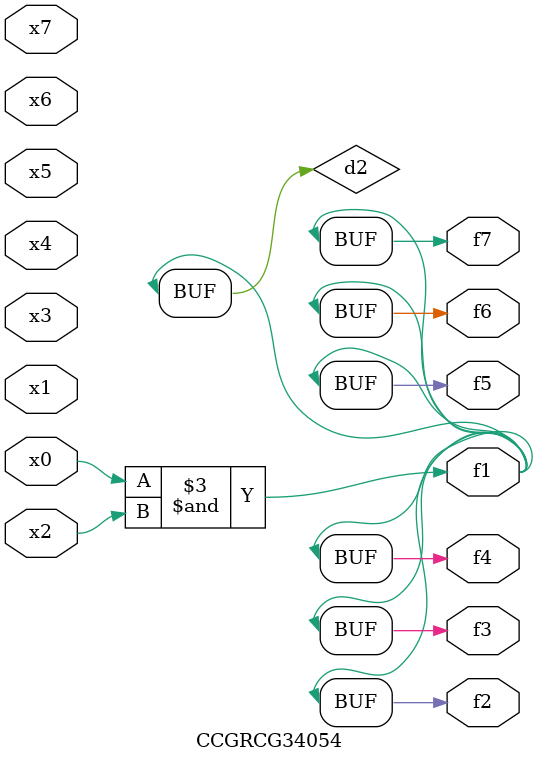
<source format=v>
module CCGRCG34054(
	input x0, x1, x2, x3, x4, x5, x6, x7,
	output f1, f2, f3, f4, f5, f6, f7
);

	wire d1, d2;

	nor (d1, x3, x6);
	and (d2, x0, x2);
	assign f1 = d2;
	assign f2 = d2;
	assign f3 = d2;
	assign f4 = d2;
	assign f5 = d2;
	assign f6 = d2;
	assign f7 = d2;
endmodule

</source>
